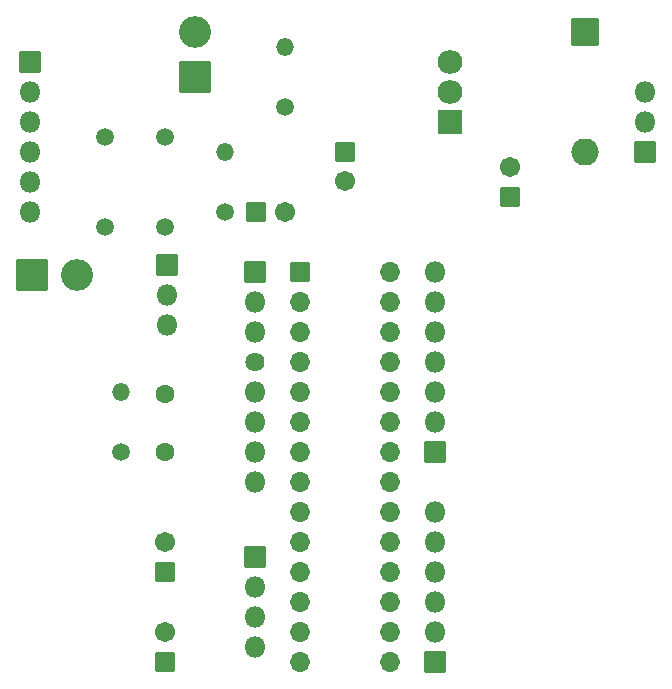
<source format=gbs>
G04 #@! TF.GenerationSoftware,KiCad,Pcbnew,(6.0.2)*
G04 #@! TF.CreationDate,2022-04-27T10:37:17-07:00*
G04 #@! TF.ProjectId,Serial programmer,53657269-616c-4207-9072-6f6772616d6d,rev?*
G04 #@! TF.SameCoordinates,Original*
G04 #@! TF.FileFunction,Soldermask,Bot*
G04 #@! TF.FilePolarity,Negative*
%FSLAX46Y46*%
G04 Gerber Fmt 4.6, Leading zero omitted, Abs format (unit mm)*
G04 Created by KiCad (PCBNEW (6.0.2)) date 2022-04-27 10:37:17*
%MOMM*%
%LPD*%
G01*
G04 APERTURE LIST*
G04 Aperture macros list*
%AMRoundRect*
0 Rectangle with rounded corners*
0 $1 Rounding radius*
0 $2 $3 $4 $5 $6 $7 $8 $9 X,Y pos of 4 corners*
0 Add a 4 corners polygon primitive as box body*
4,1,4,$2,$3,$4,$5,$6,$7,$8,$9,$2,$3,0*
0 Add four circle primitives for the rounded corners*
1,1,$1+$1,$2,$3*
1,1,$1+$1,$4,$5*
1,1,$1+$1,$6,$7*
1,1,$1+$1,$8,$9*
0 Add four rect primitives between the rounded corners*
20,1,$1+$1,$2,$3,$4,$5,0*
20,1,$1+$1,$4,$5,$6,$7,0*
20,1,$1+$1,$6,$7,$8,$9,0*
20,1,$1+$1,$8,$9,$2,$3,0*%
G04 Aperture macros list end*
%ADD10RoundRect,0.051000X0.800000X-0.800000X0.800000X0.800000X-0.800000X0.800000X-0.800000X-0.800000X0*%
%ADD11C,1.702000*%
%ADD12RoundRect,0.051000X-0.800000X0.800000X-0.800000X-0.800000X0.800000X-0.800000X0.800000X0.800000X0*%
%ADD13RoundRect,0.051000X-0.800000X-0.800000X0.800000X-0.800000X0.800000X0.800000X-0.800000X0.800000X0*%
%ADD14RoundRect,0.051000X-1.100000X1.100000X-1.100000X-1.100000X1.100000X-1.100000X1.100000X1.100000X0*%
%ADD15O,2.302000X2.302000*%
%ADD16RoundRect,0.051000X1.300000X-1.300000X1.300000X1.300000X-1.300000X1.300000X-1.300000X-1.300000X0*%
%ADD17O,2.702000X2.702000*%
%ADD18C,1.502000*%
%ADD19O,1.502000X1.502000*%
%ADD20C,1.499000*%
%ADD21RoundRect,0.051000X1.000000X-0.952500X1.000000X0.952500X-1.000000X0.952500X-1.000000X-0.952500X0*%
%ADD22O,2.102000X2.007000*%
%ADD23O,1.702000X1.702000*%
%ADD24C,1.602000*%
%ADD25RoundRect,0.051000X0.850000X0.850000X-0.850000X0.850000X-0.850000X-0.850000X0.850000X-0.850000X0*%
%ADD26O,1.802000X1.802000*%
%ADD27RoundRect,0.051000X-0.850000X-0.850000X0.850000X-0.850000X0.850000X0.850000X-0.850000X0.850000X0*%
%ADD28C,1.626000*%
%ADD29RoundRect,0.051000X-1.300000X-1.300000X1.300000X-1.300000X1.300000X1.300000X-1.300000X1.300000X0*%
G04 APERTURE END LIST*
D10*
X196850000Y-72390000D03*
D11*
X196850000Y-69890000D03*
D12*
X182880000Y-68580000D03*
D11*
X182880000Y-71080000D03*
D10*
X167640000Y-111760000D03*
D11*
X167640000Y-109260000D03*
D10*
X167640000Y-104140000D03*
D11*
X167640000Y-101640000D03*
D13*
X175300000Y-73660000D03*
D11*
X177800000Y-73660000D03*
D14*
X203200000Y-58420000D03*
D15*
X203200000Y-68580000D03*
D16*
X170180000Y-62230000D03*
D17*
X170180000Y-58420000D03*
D18*
X172720000Y-73660000D03*
D19*
X172720000Y-68580000D03*
D18*
X177800000Y-64770000D03*
D19*
X177800000Y-59690000D03*
D20*
X162560000Y-74930000D03*
X162560000Y-67310000D03*
X167640000Y-74930000D03*
X167640000Y-67310000D03*
D21*
X191770000Y-66040000D03*
D22*
X191770000Y-63500000D03*
X191770000Y-60960000D03*
D13*
X179070000Y-78740000D03*
D23*
X179070000Y-81280000D03*
X179070000Y-83820000D03*
X179070000Y-86360000D03*
X179070000Y-88900000D03*
X179070000Y-91440000D03*
X179070000Y-93980000D03*
X179070000Y-96520000D03*
X179070000Y-99060000D03*
X179070000Y-101600000D03*
X179070000Y-104140000D03*
X179070000Y-106680000D03*
X179070000Y-109220000D03*
X179070000Y-111760000D03*
X186690000Y-111760000D03*
X186690000Y-109220000D03*
X186690000Y-106680000D03*
X186690000Y-104140000D03*
X186690000Y-101600000D03*
X186690000Y-99060000D03*
X186690000Y-96520000D03*
X186690000Y-93980000D03*
X186690000Y-91440000D03*
X186690000Y-88900000D03*
X186690000Y-86360000D03*
X186690000Y-83820000D03*
X186690000Y-81280000D03*
X186690000Y-78740000D03*
D24*
X167640000Y-93980000D03*
X167640000Y-89100000D03*
D25*
X190500000Y-93980000D03*
D26*
X190500000Y-91440000D03*
X190500000Y-88900000D03*
X190500000Y-86360000D03*
X190500000Y-83820000D03*
X190500000Y-81280000D03*
X190500000Y-78740000D03*
D25*
X190500000Y-111760000D03*
D26*
X190500000Y-109220000D03*
X190500000Y-106680000D03*
X190500000Y-104140000D03*
X190500000Y-101600000D03*
X190500000Y-99060000D03*
D27*
X175260000Y-78740000D03*
D26*
X175260000Y-81280000D03*
X175260000Y-83820000D03*
D28*
X175260000Y-86360000D03*
D26*
X175260000Y-88900000D03*
X175260000Y-91440000D03*
X175260000Y-93980000D03*
X175260000Y-96520000D03*
D27*
X175260000Y-102880000D03*
D26*
X175260000Y-105420000D03*
X175260000Y-107960000D03*
X175260000Y-110500000D03*
D27*
X156210000Y-60960000D03*
D26*
X156210000Y-63500000D03*
X156210000Y-66040000D03*
X156210000Y-68580000D03*
X156210000Y-71120000D03*
X156210000Y-73660000D03*
D25*
X208280000Y-68580000D03*
D26*
X208280000Y-66040000D03*
X208280000Y-63500000D03*
D27*
X167800000Y-78175000D03*
D26*
X167800000Y-80715000D03*
X167800000Y-83255000D03*
D18*
X163900000Y-93990000D03*
D19*
X163900000Y-88910000D03*
D29*
X156350000Y-79000000D03*
D17*
X160160000Y-79000000D03*
M02*

</source>
